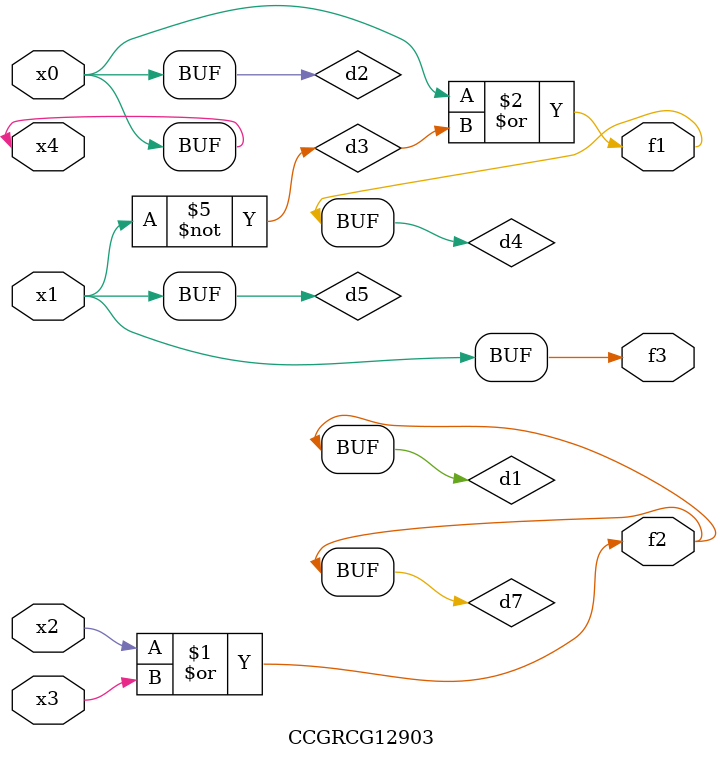
<source format=v>
module CCGRCG12903(
	input x0, x1, x2, x3, x4,
	output f1, f2, f3
);

	wire d1, d2, d3, d4, d5, d6, d7;

	or (d1, x2, x3);
	buf (d2, x0, x4);
	not (d3, x1);
	or (d4, d2, d3);
	not (d5, d3);
	nand (d6, d1, d3);
	or (d7, d1);
	assign f1 = d4;
	assign f2 = d7;
	assign f3 = d5;
endmodule

</source>
